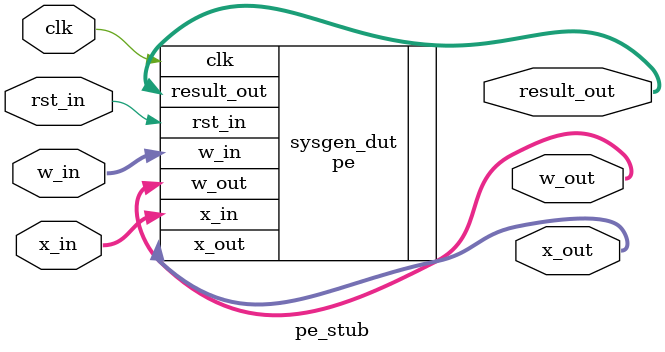
<source format=v>
`timescale 1 ns / 10 ps
module pe_stub (
  input [32-1:0] w_in,
  input [32-1:0] x_in,
  input [1-1:0] rst_in,
  input clk,
  output [32-1:0] w_out,
  output [32-1:0] x_out,
  output [32-1:0] result_out
);
  pe sysgen_dut (
    .w_in(w_in),
    .x_in(x_in),
    .rst_in(rst_in),
    .clk(clk),
    .w_out(w_out),
    .x_out(x_out),
    .result_out(result_out)
  );
endmodule

</source>
